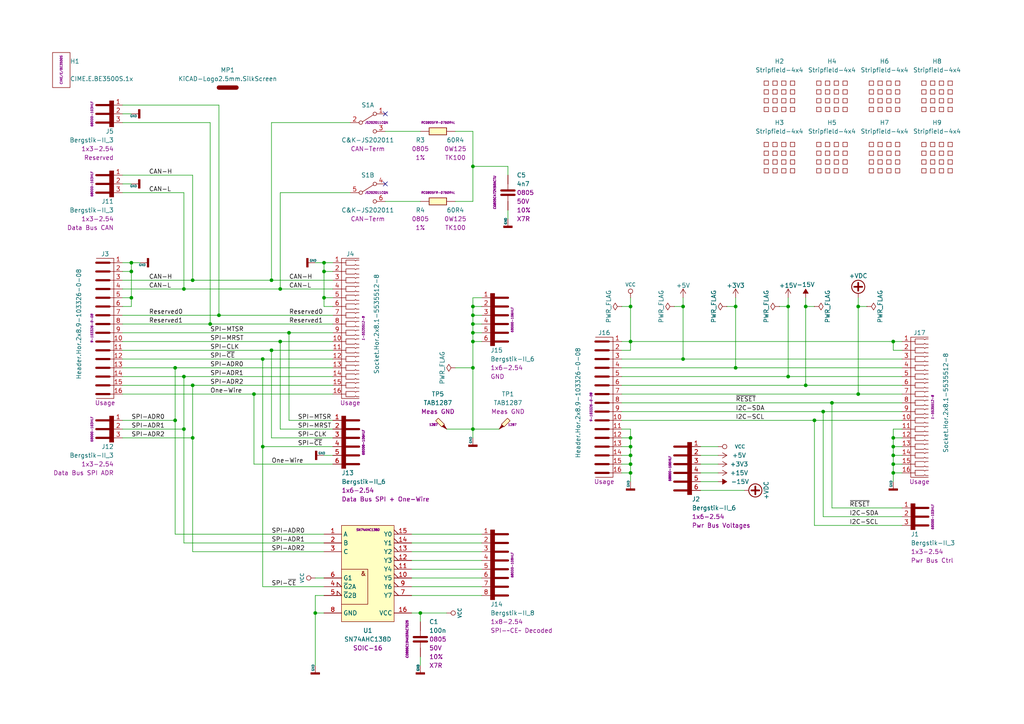
<source format=kicad_sch>
(kicad_sch (version 20210126) (generator eeschema)
  (paper "A4")
  (title_block (title "cbEval Stripboard") (rev "1.0.0"))
  (junction (at 38.1 76.2) (diameter 0.9144))
  (junction (at 38.1 78.74) (diameter 0.9144))
  (junction (at 38.1 86.36) (diameter 0.9144))
  (junction (at 50.8 106.68) (diameter 0.9144))
  (junction (at 50.8 121.92) (diameter 0.9144))
  (junction (at 53.34 83.82) (diameter 0.9144))
  (junction (at 53.34 109.22) (diameter 0.9144))
  (junction (at 53.34 124.46) (diameter 0.9144))
  (junction (at 55.88 81.28) (diameter 0.9144))
  (junction (at 55.88 111.76) (diameter 0.9144))
  (junction (at 55.88 127) (diameter 0.9144))
  (junction (at 60.96 93.98) (diameter 0.9144))
  (junction (at 63.5 91.44) (diameter 0.9144))
  (junction (at 73.66 114.3) (diameter 0.9144))
  (junction (at 76.2 104.14) (diameter 0.9144))
  (junction (at 76.2 129.54) (diameter 0.9144))
  (junction (at 78.74 81.28) (diameter 0.9144))
  (junction (at 78.74 101.6) (diameter 0.9144))
  (junction (at 81.28 83.82) (diameter 0.9144))
  (junction (at 81.28 99.06) (diameter 0.9144))
  (junction (at 83.82 96.52) (diameter 0.9144))
  (junction (at 91.44 177.8) (diameter 0.9144))
  (junction (at 93.98 76.2) (diameter 0.9144))
  (junction (at 93.98 78.74) (diameter 0.9144))
  (junction (at 93.98 86.36) (diameter 0.9144))
  (junction (at 121.92 177.8) (diameter 0.9144))
  (junction (at 137.16 48.26) (diameter 0.9144))
  (junction (at 137.16 88.9) (diameter 0.9144))
  (junction (at 137.16 91.44) (diameter 0.9144))
  (junction (at 137.16 93.98) (diameter 0.9144))
  (junction (at 137.16 96.52) (diameter 0.9144))
  (junction (at 137.16 99.06) (diameter 0.9144))
  (junction (at 137.16 106.68) (diameter 0.9144))
  (junction (at 137.16 124.46) (diameter 0.9144))
  (junction (at 182.88 88.9) (diameter 0.9144))
  (junction (at 182.88 99.06) (diameter 0.9144))
  (junction (at 182.88 127) (diameter 0.9144))
  (junction (at 182.88 129.54) (diameter 0.9144))
  (junction (at 182.88 132.08) (diameter 0.9144))
  (junction (at 182.88 134.62) (diameter 0.9144))
  (junction (at 182.88 137.16) (diameter 0.9144))
  (junction (at 198.12 88.9) (diameter 0.9144))
  (junction (at 198.12 104.14) (diameter 0.9144))
  (junction (at 213.36 88.9) (diameter 0.9144))
  (junction (at 213.36 106.68) (diameter 0.9144))
  (junction (at 228.6 88.9) (diameter 0.9144))
  (junction (at 228.6 109.22) (diameter 0.9144))
  (junction (at 233.68 88.9) (diameter 0.9144))
  (junction (at 233.68 111.76) (diameter 0.9144))
  (junction (at 236.22 121.92) (diameter 0.9144))
  (junction (at 238.76 119.38) (diameter 0.9144))
  (junction (at 241.3 116.84) (diameter 0.9144))
  (junction (at 248.92 88.9) (diameter 0.9144))
  (junction (at 248.92 114.3) (diameter 0.9144))
  (junction (at 259.08 99.06) (diameter 0.9144))
  (junction (at 259.08 127) (diameter 0.9144))
  (junction (at 259.08 129.54) (diameter 0.9144))
  (junction (at 259.08 132.08) (diameter 0.9144))
  (junction (at 259.08 134.62) (diameter 0.9144))
  (junction (at 259.08 137.16) (diameter 0.9144))
  (no_connect (at 111.76 33.02))
  (no_connect (at 111.76 53.34))
  (wire (pts (xy 35.56 30.48) (xy 63.5 30.48)))
  (wire (pts (xy 35.56 33.02) (xy 38.1 33.02)))
  (wire (pts (xy 35.56 35.56) (xy 60.96 35.56)))
  (wire (pts (xy 35.56 50.8) (xy 55.88 50.8)))
  (wire (pts (xy 35.56 53.34) (xy 38.1 53.34)))
  (wire (pts (xy 35.56 55.88) (xy 53.34 55.88)))
  (wire (pts (xy 35.56 76.2) (xy 38.1 76.2)))
  (wire (pts (xy 35.56 78.74) (xy 38.1 78.74)))
  (wire (pts (xy 35.56 81.28) (xy 55.88 81.28)))
  (wire (pts (xy 35.56 83.82) (xy 53.34 83.82)))
  (wire (pts (xy 35.56 86.36) (xy 38.1 86.36)))
  (wire (pts (xy 35.56 88.9) (xy 38.1 88.9)))
  (wire (pts (xy 35.56 93.98) (xy 60.96 93.98)))
  (wire (pts (xy 35.56 96.52) (xy 83.82 96.52)))
  (wire (pts (xy 35.56 99.06) (xy 81.28 99.06)))
  (wire (pts (xy 35.56 101.6) (xy 78.74 101.6)))
  (wire (pts (xy 35.56 104.14) (xy 76.2 104.14)))
  (wire (pts (xy 35.56 106.68) (xy 50.8 106.68)))
  (wire (pts (xy 35.56 109.22) (xy 53.34 109.22)))
  (wire (pts (xy 35.56 111.76) (xy 55.88 111.76)))
  (wire (pts (xy 35.56 114.3) (xy 73.66 114.3)))
  (wire (pts (xy 38.1 76.2) (xy 40.64 76.2)))
  (wire (pts (xy 38.1 78.74) (xy 38.1 76.2)))
  (wire (pts (xy 38.1 86.36) (xy 38.1 78.74)))
  (wire (pts (xy 38.1 88.9) (xy 38.1 86.36)))
  (wire (pts (xy 50.8 106.68) (xy 50.8 121.92)))
  (wire (pts (xy 50.8 106.68) (xy 96.52 106.68)))
  (wire (pts (xy 50.8 121.92) (xy 35.56 121.92)))
  (wire (pts (xy 50.8 121.92) (xy 50.8 154.94)))
  (wire (pts (xy 50.8 154.94) (xy 93.98 154.94)))
  (wire (pts (xy 53.34 55.88) (xy 53.34 83.82)))
  (wire (pts (xy 53.34 83.82) (xy 81.28 83.82)))
  (wire (pts (xy 53.34 109.22) (xy 53.34 124.46)))
  (wire (pts (xy 53.34 109.22) (xy 96.52 109.22)))
  (wire (pts (xy 53.34 124.46) (xy 35.56 124.46)))
  (wire (pts (xy 53.34 124.46) (xy 53.34 157.48)))
  (wire (pts (xy 53.34 157.48) (xy 93.98 157.48)))
  (wire (pts (xy 55.88 50.8) (xy 55.88 81.28)))
  (wire (pts (xy 55.88 81.28) (xy 78.74 81.28)))
  (wire (pts (xy 55.88 111.76) (xy 55.88 127)))
  (wire (pts (xy 55.88 111.76) (xy 96.52 111.76)))
  (wire (pts (xy 55.88 127) (xy 35.56 127)))
  (wire (pts (xy 55.88 127) (xy 55.88 160.02)))
  (wire (pts (xy 55.88 160.02) (xy 93.98 160.02)))
  (wire (pts (xy 60.96 35.56) (xy 60.96 93.98)))
  (wire (pts (xy 60.96 93.98) (xy 96.52 93.98)))
  (wire (pts (xy 63.5 30.48) (xy 63.5 91.44)))
  (wire (pts (xy 63.5 91.44) (xy 35.56 91.44)))
  (wire (pts (xy 73.66 114.3) (xy 96.52 114.3)))
  (wire (pts (xy 73.66 134.62) (xy 73.66 114.3)))
  (wire (pts (xy 76.2 104.14) (xy 96.52 104.14)))
  (wire (pts (xy 76.2 129.54) (xy 76.2 104.14)))
  (wire (pts (xy 76.2 129.54) (xy 76.2 170.18)))
  (wire (pts (xy 76.2 170.18) (xy 93.98 170.18)))
  (wire (pts (xy 78.74 35.56) (xy 78.74 81.28)))
  (wire (pts (xy 78.74 81.28) (xy 96.52 81.28)))
  (wire (pts (xy 78.74 101.6) (xy 96.52 101.6)))
  (wire (pts (xy 78.74 127) (xy 78.74 101.6)))
  (wire (pts (xy 81.28 55.88) (xy 81.28 83.82)))
  (wire (pts (xy 81.28 83.82) (xy 96.52 83.82)))
  (wire (pts (xy 81.28 99.06) (xy 96.52 99.06)))
  (wire (pts (xy 81.28 124.46) (xy 81.28 99.06)))
  (wire (pts (xy 83.82 96.52) (xy 96.52 96.52)))
  (wire (pts (xy 83.82 121.92) (xy 83.82 96.52)))
  (wire (pts (xy 91.44 76.2) (xy 93.98 76.2)))
  (wire (pts (xy 91.44 167.64) (xy 93.98 167.64)))
  (wire (pts (xy 91.44 172.72) (xy 93.98 172.72)))
  (wire (pts (xy 91.44 177.8) (xy 91.44 172.72)))
  (wire (pts (xy 91.44 177.8) (xy 93.98 177.8)))
  (wire (pts (xy 91.44 193.04) (xy 91.44 177.8)))
  (wire (pts (xy 93.98 76.2) (xy 96.52 76.2)))
  (wire (pts (xy 93.98 78.74) (xy 93.98 76.2)))
  (wire (pts (xy 93.98 86.36) (xy 93.98 78.74)))
  (wire (pts (xy 93.98 88.9) (xy 93.98 86.36)))
  (wire (pts (xy 93.98 132.08) (xy 96.52 132.08)))
  (wire (pts (xy 96.52 78.74) (xy 93.98 78.74)))
  (wire (pts (xy 96.52 86.36) (xy 93.98 86.36)))
  (wire (pts (xy 96.52 88.9) (xy 93.98 88.9)))
  (wire (pts (xy 96.52 91.44) (xy 63.5 91.44)))
  (wire (pts (xy 96.52 121.92) (xy 83.82 121.92)))
  (wire (pts (xy 96.52 124.46) (xy 81.28 124.46)))
  (wire (pts (xy 96.52 127) (xy 78.74 127)))
  (wire (pts (xy 96.52 129.54) (xy 76.2 129.54)))
  (wire (pts (xy 96.52 134.62) (xy 73.66 134.62)))
  (wire (pts (xy 101.6 35.56) (xy 78.74 35.56)))
  (wire (pts (xy 101.6 55.88) (xy 81.28 55.88)))
  (wire (pts (xy 119.38 154.94) (xy 139.7 154.94)))
  (wire (pts (xy 119.38 157.48) (xy 139.7 157.48)))
  (wire (pts (xy 119.38 160.02) (xy 139.7 160.02)))
  (wire (pts (xy 119.38 162.56) (xy 139.7 162.56)))
  (wire (pts (xy 119.38 165.1) (xy 139.7 165.1)))
  (wire (pts (xy 119.38 167.64) (xy 139.7 167.64)))
  (wire (pts (xy 119.38 170.18) (xy 139.7 170.18)))
  (wire (pts (xy 119.38 172.72) (xy 139.7 172.72)))
  (wire (pts (xy 119.38 177.8) (xy 121.92 177.8)))
  (wire (pts (xy 121.92 38.1) (xy 111.76 38.1)))
  (wire (pts (xy 121.92 58.42) (xy 111.76 58.42)))
  (wire (pts (xy 121.92 177.8) (xy 129.54 177.8)))
  (wire (pts (xy 121.92 180.34) (xy 121.92 177.8)))
  (wire (pts (xy 121.92 190.5) (xy 121.92 193.04)))
  (wire (pts (xy 129.54 124.46) (xy 137.16 124.46)))
  (wire (pts (xy 132.08 38.1) (xy 137.16 38.1)))
  (wire (pts (xy 132.08 106.68) (xy 137.16 106.68)))
  (wire (pts (xy 137.16 38.1) (xy 137.16 48.26)))
  (wire (pts (xy 137.16 48.26) (xy 137.16 58.42)))
  (wire (pts (xy 137.16 58.42) (xy 132.08 58.42)))
  (wire (pts (xy 137.16 86.36) (xy 139.7 86.36)))
  (wire (pts (xy 137.16 88.9) (xy 137.16 86.36)))
  (wire (pts (xy 137.16 91.44) (xy 137.16 88.9)))
  (wire (pts (xy 137.16 93.98) (xy 137.16 91.44)))
  (wire (pts (xy 137.16 96.52) (xy 137.16 93.98)))
  (wire (pts (xy 137.16 99.06) (xy 137.16 96.52)))
  (wire (pts (xy 137.16 99.06) (xy 137.16 106.68)))
  (wire (pts (xy 137.16 106.68) (xy 137.16 124.46)))
  (wire (pts (xy 137.16 124.46) (xy 137.16 127)))
  (wire (pts (xy 139.7 88.9) (xy 137.16 88.9)))
  (wire (pts (xy 139.7 91.44) (xy 137.16 91.44)))
  (wire (pts (xy 139.7 93.98) (xy 137.16 93.98)))
  (wire (pts (xy 139.7 96.52) (xy 137.16 96.52)))
  (wire (pts (xy 139.7 99.06) (xy 137.16 99.06)))
  (wire (pts (xy 144.78 124.46) (xy 137.16 124.46)))
  (wire (pts (xy 147.32 48.26) (xy 137.16 48.26)))
  (wire (pts (xy 147.32 50.8) (xy 147.32 48.26)))
  (wire (pts (xy 147.32 63.5) (xy 147.32 60.96)))
  (wire (pts (xy 180.34 88.9) (xy 182.88 88.9)))
  (wire (pts (xy 180.34 99.06) (xy 182.88 99.06)))
  (wire (pts (xy 180.34 101.6) (xy 182.88 101.6)))
  (wire (pts (xy 180.34 104.14) (xy 198.12 104.14)))
  (wire (pts (xy 180.34 106.68) (xy 213.36 106.68)))
  (wire (pts (xy 180.34 109.22) (xy 228.6 109.22)))
  (wire (pts (xy 180.34 111.76) (xy 233.68 111.76)))
  (wire (pts (xy 180.34 114.3) (xy 248.92 114.3)))
  (wire (pts (xy 180.34 116.84) (xy 241.3 116.84)))
  (wire (pts (xy 180.34 119.38) (xy 238.76 119.38)))
  (wire (pts (xy 180.34 121.92) (xy 236.22 121.92)))
  (wire (pts (xy 180.34 127) (xy 182.88 127)))
  (wire (pts (xy 180.34 129.54) (xy 182.88 129.54)))
  (wire (pts (xy 180.34 132.08) (xy 182.88 132.08)))
  (wire (pts (xy 180.34 134.62) (xy 182.88 134.62)))
  (wire (pts (xy 180.34 137.16) (xy 182.88 137.16)))
  (wire (pts (xy 182.88 86.36) (xy 182.88 88.9)))
  (wire (pts (xy 182.88 88.9) (xy 182.88 99.06)))
  (wire (pts (xy 182.88 99.06) (xy 259.08 99.06)))
  (wire (pts (xy 182.88 101.6) (xy 182.88 99.06)))
  (wire (pts (xy 182.88 124.46) (xy 180.34 124.46)))
  (wire (pts (xy 182.88 127) (xy 182.88 124.46)))
  (wire (pts (xy 182.88 129.54) (xy 182.88 127)))
  (wire (pts (xy 182.88 132.08) (xy 182.88 129.54)))
  (wire (pts (xy 182.88 134.62) (xy 182.88 132.08)))
  (wire (pts (xy 182.88 137.16) (xy 182.88 134.62)))
  (wire (pts (xy 182.88 139.7) (xy 182.88 137.16)))
  (wire (pts (xy 195.58 88.9) (xy 198.12 88.9)))
  (wire (pts (xy 198.12 86.36) (xy 198.12 88.9)))
  (wire (pts (xy 198.12 88.9) (xy 198.12 104.14)))
  (wire (pts (xy 198.12 104.14) (xy 261.62 104.14)))
  (wire (pts (xy 208.28 129.54) (xy 203.2 129.54)))
  (wire (pts (xy 208.28 132.08) (xy 203.2 132.08)))
  (wire (pts (xy 208.28 134.62) (xy 203.2 134.62)))
  (wire (pts (xy 208.28 137.16) (xy 203.2 137.16)))
  (wire (pts (xy 208.28 139.7) (xy 203.2 139.7)))
  (wire (pts (xy 210.82 88.9) (xy 213.36 88.9)))
  (wire (pts (xy 213.36 86.36) (xy 213.36 88.9)))
  (wire (pts (xy 213.36 88.9) (xy 213.36 106.68)))
  (wire (pts (xy 213.36 106.68) (xy 261.62 106.68)))
  (wire (pts (xy 215.9 142.24) (xy 203.2 142.24)))
  (wire (pts (xy 228.6 86.36) (xy 228.6 88.9)))
  (wire (pts (xy 228.6 88.9) (xy 226.06 88.9)))
  (wire (pts (xy 228.6 88.9) (xy 228.6 109.22)))
  (wire (pts (xy 228.6 109.22) (xy 261.62 109.22)))
  (wire (pts (xy 233.68 86.36) (xy 233.68 88.9)))
  (wire (pts (xy 233.68 88.9) (xy 233.68 111.76)))
  (wire (pts (xy 233.68 88.9) (xy 236.22 88.9)))
  (wire (pts (xy 233.68 111.76) (xy 261.62 111.76)))
  (wire (pts (xy 236.22 121.92) (xy 236.22 152.4)))
  (wire (pts (xy 236.22 121.92) (xy 261.62 121.92)))
  (wire (pts (xy 238.76 119.38) (xy 238.76 149.86)))
  (wire (pts (xy 238.76 119.38) (xy 261.62 119.38)))
  (wire (pts (xy 241.3 116.84) (xy 241.3 147.32)))
  (wire (pts (xy 241.3 116.84) (xy 261.62 116.84)))
  (wire (pts (xy 248.92 86.36) (xy 248.92 88.9)))
  (wire (pts (xy 248.92 88.9) (xy 248.92 114.3)))
  (wire (pts (xy 248.92 114.3) (xy 261.62 114.3)))
  (wire (pts (xy 251.46 88.9) (xy 248.92 88.9)))
  (wire (pts (xy 259.08 99.06) (xy 261.62 99.06)))
  (wire (pts (xy 259.08 101.6) (xy 259.08 99.06)))
  (wire (pts (xy 259.08 124.46) (xy 261.62 124.46)))
  (wire (pts (xy 259.08 127) (xy 259.08 124.46)))
  (wire (pts (xy 259.08 129.54) (xy 259.08 127)))
  (wire (pts (xy 259.08 132.08) (xy 259.08 129.54)))
  (wire (pts (xy 259.08 134.62) (xy 259.08 132.08)))
  (wire (pts (xy 259.08 137.16) (xy 259.08 134.62)))
  (wire (pts (xy 259.08 139.7) (xy 259.08 137.16)))
  (wire (pts (xy 261.62 101.6) (xy 259.08 101.6)))
  (wire (pts (xy 261.62 127) (xy 259.08 127)))
  (wire (pts (xy 261.62 129.54) (xy 259.08 129.54)))
  (wire (pts (xy 261.62 132.08) (xy 259.08 132.08)))
  (wire (pts (xy 261.62 134.62) (xy 259.08 134.62)))
  (wire (pts (xy 261.62 137.16) (xy 259.08 137.16)))
  (wire (pts (xy 261.62 147.32) (xy 241.3 147.32)))
  (wire (pts (xy 261.62 149.86) (xy 238.76 149.86)))
  (wire (pts (xy 261.62 152.4) (xy 236.22 152.4)))
  (label "SPI-ADR0" (at 38.1 121.92 0))
  (label "SPI-ADR1" (at 38.1 124.46 0))
  (label "SPI-ADR2" (at 38.1 127 0))
  (label "CAN-H" (at 43.18 50.8 0))
  (label "CAN-L" (at 43.18 55.88 0))
  (label "CAN-H" (at 43.18 81.28 0))
  (label "CAN-L" (at 43.18 83.82 0))
  (label "Reserved0" (at 43.18 91.44 0))
  (label "Reserved1" (at 43.18 93.98 0))
  (label "SPI-MTSR" (at 60.96 96.52 0))
  (label "SPI-MRST" (at 60.96 99.06 0))
  (label "SPI-CLK" (at 60.96 101.6 0))
  (label "SPI-~CE" (at 60.96 104.14 0))
  (label "SPI-ADR0" (at 60.96 106.68 0))
  (label "SPI-ADR1" (at 60.96 109.22 0))
  (label "SPI-ADR2" (at 60.96 111.76 0))
  (label "One-Wire" (at 60.96 114.3 0))
  (label "One-Wire" (at 78.74 134.62 0))
  (label "SPI-ADR0" (at 78.74 154.94 0))
  (label "SPI-ADR1" (at 78.74 157.48 0))
  (label "SPI-ADR2" (at 78.74 160.02 0))
  (label "SPI-~CE" (at 78.74 170.18 0))
  (label "CAN-H" (at 83.82 81.28 0))
  (label "CAN-L" (at 83.82 83.82 0))
  (label "Reserved0" (at 83.82 91.44 0))
  (label "Reserved1" (at 83.82 93.98 0))
  (label "SPI-MTSR" (at 86.36 121.92 0))
  (label "SPI-MRST" (at 86.36 124.46 0))
  (label "SPI-CLK" (at 86.36 127 0))
  (label "SPI-~CE" (at 86.36 129.54 0))
  (label "~RESET" (at 213.36 116.84 0))
  (label "I2C-SDA" (at 213.36 119.38 0))
  (label "I2C-SCL" (at 213.36 121.92 0))
  (label "~RESET" (at 246.38 147.32 0))
  (label "I2C-SDA" (at 246.38 149.86 0))
  (label "I2C-SCL" (at 246.38 152.4 0))
  (symbol (lib_id "Supply:VCC") (at 91.44 167.64 90) (unit 1)
    (property "Reference" "#PWR011" (effects hide))
    (property "Value" "VCC" (at 87.63 167.64 0) (effects (font (size 1.016 1.016))))
  )
  (symbol (lib_id "Supply:VCC") (at 129.54 177.8 270) (unit 1)
    (property "Reference" "#PWR014" (effects hide))
    (property "Value" "VCC" (at 133.35 177.8 0) (effects (font (size 1.016 1.016))))
  )
  (symbol (lib_id "Supply:VCC") (at 182.88 86.36 0) (unit 1)
    (property "Reference" "#PWR017" (effects hide))
    (property "Value" "VCC" (at 182.88 82.55 0) (effects (font (size 1.016 1.016))))
  )
  (symbol (lib_id "Supply:VCC") (at 208.28 129.54 270) (unit 1)
    (property "Reference" "#PWR02" (effects hide))
    (property "Value" "VCC" (at 214.63 129.54 90) (effects (font (size 1.016 1.016))))
  )
  (symbol (lib_id "Supply:+5V") (at 198.12 86.36 0) (unit 1)
    (property "Reference" "#PWR0104" (effects hide))
    (property "Value" "+5V" (at 198.12 82.804 0))
  )
  (symbol (lib_id "Supply:+5V") (at 208.28 132.08 270) (unit 1)
    (property "Reference" "#PWR03" (effects hide))
    (property "Value" "+5V" (at 214.376 132.08 90))
  )
  (symbol (lib_id "Supply:+3V3") (at 208.28 134.62 270) (unit 1)
    (property "Reference" "#PWR04" (effects hide))
    (property "Value" "+3V3" (at 214.376 134.62 90))
  )
  (symbol (lib_id "Supply:+15V") (at 208.28 137.16 270) (unit 1)
    (property "Reference" "#PWR05" (effects hide))
    (property "Value" "+15V" (at 214.376 137.16 90))
  )
  (symbol (lib_id "Supply:-15V") (at 208.28 139.7 270) (unit 1)
    (property "Reference" "#PWR07" (effects hide))
    (property "Value" "-15V" (at 214.63 139.7 90))
  )
  (symbol (lib_id "Supply:+3V3") (at 213.36 86.36 0) (unit 1)
    (property "Reference" "#PWR0103" (effects hide))
    (property "Value" "+3V3" (at 213.36 82.804 0))
  )
  (symbol (lib_id "Supply:+15V") (at 228.6 86.36 0) (unit 1)
    (property "Reference" "#PWR0102" (effects hide))
    (property "Value" "+15V" (at 228.6 82.804 0))
  )
  (symbol (lib_id "Supply:-15V") (at 233.68 86.36 0) (unit 1)
    (property "Reference" "#PWR0101" (effects hide))
    (property "Value" "-15V" (at 233.68 82.55 0))
  )
  (symbol (lib_id "Supply:PWR_FLAG") (at 132.08 106.68 90) (unit 1)
    (property "Reference" "#FLG01" (effects hide))
    (property "Value" "PWR_FLAG" (at 128.27 106.68 0))
  )
  (symbol (lib_id "Supply:PWR_FLAG") (at 180.34 88.9 90) (unit 1)
    (property "Reference" "#FLG02" (effects hide))
    (property "Value" "PWR_FLAG" (at 176.53 88.9 0))
  )
  (symbol (lib_id "Supply:PWR_FLAG") (at 195.58 88.9 90) (unit 1)
    (property "Reference" "#FLG03" (effects hide))
    (property "Value" "PWR_FLAG" (at 191.77 88.9 0))
  )
  (symbol (lib_id "Supply:PWR_FLAG") (at 210.82 88.9 90) (unit 1)
    (property "Reference" "#FLG04" (effects hide))
    (property "Value" "PWR_FLAG" (at 207.01 88.9 0))
  )
  (symbol (lib_id "Supply:PWR_FLAG") (at 226.06 88.9 90) (mirror x) (unit 1)
    (property "Reference" "#FLG0101" (effects hide))
    (property "Value" "PWR_FLAG" (at 222.25 88.9 0))
  )
  (symbol (lib_id "Supply:PWR_FLAG") (at 236.22 88.9 270) (unit 1)
    (property "Reference" "#FLG0102" (effects hide))
    (property "Value" "PWR_FLAG" (at 240.03 88.9 0))
  )
  (symbol (lib_id "Supply:PWR_FLAG") (at 251.46 88.9 270) (unit 1)
    (property "Reference" "#FLG05" (effects hide))
    (property "Value" "PWR_FLAG" (at 255.27 88.9 0))
  )
  (symbol (lib_id "Symbol:KiCAD-Logo2.5mm.SilkScreen") (at 66.04 20.32 0) (unit 1)
    (property "Reference" "MP1" (at 66.04 20.32 0))
    (property "Value" "KiCAD-Logo2.5mm.SilkScreen" (at 66.04 22.86 0))
    (property "Footprint" "Symbol:KiCad-Logo_5mm_SilkScreen" (effects hide))
  )
  (symbol (lib_id "Supply:GND") (at 38.1 33.02 90) (unit 1)
    (property "Reference" "#PWR018" (effects hide))
    (property "Value" "GND" (at 38.735 33.655 90) (effects (font (size 0.635 0.635))))
  )
  (symbol (lib_id "Supply:GND") (at 38.1 53.34 90) (unit 1)
    (property "Reference" "#PWR09" (effects hide))
    (property "Value" "GND" (at 38.735 53.975 90) (effects (font (size 0.635 0.635))))
  )
  (symbol (lib_id "Supply:GND") (at 40.64 76.2 90) (unit 1)
    (property "Reference" "#PWR019" (effects hide))
    (property "Value" "GND" (at 41.275 76.835 90) (effects (font (size 0.635 0.635))))
  )
  (symbol (lib_id "Supply:GND") (at 91.44 76.2 270) (unit 1)
    (property "Reference" "#PWR020" (effects hide))
    (property "Value" "GND" (at 90.805 75.565 90) (effects (font (size 0.635 0.635))))
  )
  (symbol (lib_id "Supply:GND") (at 91.44 193.04 0) (unit 1)
    (property "Reference" "#PWR012" (effects hide))
    (property "Value" "GND" (at 90.805 193.675 90) (effects (font (size 0.635 0.635))))
  )
  (symbol (lib_id "Supply:GND") (at 93.98 132.08 270) (unit 1)
    (property "Reference" "#PWR010" (effects hide))
    (property "Value" "GND" (at 93.345 131.445 90) (effects (font (size 0.635 0.635))))
  )
  (symbol (lib_id "Supply:GND") (at 121.92 193.04 0) (unit 1)
    (property "Reference" "#PWR013" (effects hide))
    (property "Value" "GND" (at 121.285 193.675 90) (effects (font (size 0.635 0.635))))
  )
  (symbol (lib_id "Supply:GND") (at 137.16 127 0) (unit 1)
    (property "Reference" "#PWR01" (effects hide))
    (property "Value" "GND" (at 136.525 127.635 90) (effects (font (size 0.635 0.635))))
  )
  (symbol (lib_id "Supply:GND") (at 147.32 63.5 0) (unit 1)
    (property "Reference" "#PWR06" (effects hide))
    (property "Value" "GND" (at 146.685 64.135 90) (effects (font (size 0.635 0.635))))
  )
  (symbol (lib_id "Supply:GND") (at 182.88 139.7 0) (unit 1)
    (property "Reference" "#PWR015" (effects hide))
    (property "Value" "GND" (at 182.245 140.335 90) (effects (font (size 0.635 0.635))))
  )
  (symbol (lib_id "Supply:GND") (at 259.08 139.7 0) (unit 1)
    (property "Reference" "#PWR016" (effects hide))
    (property "Value" "GND" (at 258.445 140.335 90) (effects (font (size 0.635 0.635))))
  )
  (symbol (lib_id "TP.Keystone:TAB1287") (at 129.54 124.46 0) (mirror y) (unit 1)
    (property "Reference" "TP5" (at 127 114.3 0))
    (property "Value" "TAB1287" (at 127 116.84 0))
    (property "Footprint" "TestPoint:TestPoint_Bridge_Pitch5.08mm_Drill1.3mm" (effects hide))
    (property "Datasheet" "https://www.keyelco.com/userAssets/file/M65p59.pdf" (effects hide))
    (property "Usage" "Meas GND" (at 127 119.38 0))
    (property "ID" "1287" (at 125.73 123.19 0) (effects (font (size 0.635 0.635))))
  )
  (symbol (lib_id "TP.Keystone:TAB1287") (at 144.78 124.46 0) (unit 1)
    (property "Reference" "TP1" (at 147.32 114.3 0))
    (property "Value" "TAB1287" (at 147.32 116.84 0))
    (property "Footprint" "TestPoint:TestPoint_Bridge_Pitch5.08mm_Drill1.3mm" (effects hide))
    (property "Datasheet" "https://www.keyelco.com/userAssets/file/M65p59.pdf" (effects hide))
    (property "Usage" "Meas GND" (at 147.32 119.38 0))
    (property "ID" "1287" (at 148.59 123.19 0) (effects (font (size 0.635 0.635))))
  )
  (symbol (lib_id "Supply:+VDC") (at 215.9 142.24 270) (unit 1)
    (property "Reference" "#PWR08" (effects hide))
    (property "Value" "+VDC" (at 222.25 142.24 0))
  )
  (symbol (lib_id "Supply:+VDC") (at 248.92 86.36 0) (unit 1)
    (property "Reference" "#PWR0105" (effects hide))
    (property "Value" "+VDC" (at 248.92 80.01 0))
  )
  (symbol (lib_id "R.Yageo.RC0805:60R4") (at 127 38.1 270) (unit 1)
    (property "Reference" "R3" (at 121.92 40.64 90))
    (property "Value" "60R4" (at 132.08 40.64 90))
    (property "Footprint" "Resistor_SMD:R_0805_2012Metric" (effects hide))
    (property "Datasheet" "R.Yaego.RC0805.pdf" (effects hide))
    (property "Package" "0805" (at 121.92 43.18 90))
    (property "Power" "0W125" (at 132.08 43.18 90))
    (property "Tolerance" "1%" (at 121.92 45.72 90))
    (property "TK" "TK100" (at 132.08 45.72 90))
    (property "ID" "RC0805FR-0760R4L" (at 127 35.56 90) (effects (font (size 0.635 0.635) italic)))
  )
  (symbol (lib_id "R.Yageo.RC0805:60R4") (at 127 58.42 270) (unit 1)
    (property "Reference" "R4" (at 121.92 60.96 90))
    (property "Value" "60R4" (at 132.08 60.96 90))
    (property "Footprint" "Resistor_SMD:R_0805_2012Metric" (effects hide))
    (property "Datasheet" "R.Yaego.RC0805.pdf" (effects hide))
    (property "Package" "0805" (at 121.92 63.5 90))
    (property "Power" "0W125" (at 132.08 63.5 90))
    (property "Tolerance" "1%" (at 121.92 66.04 90))
    (property "TK" "TK100" (at 132.08 66.04 90))
    (property "ID" "RC0805FR-0760R4L" (at 127 55.88 90) (effects (font (size 0.635 0.635) italic)))
  )
  (symbol (lib_id "C.Kemet.MLCC.0805.X7R:100n") (at 121.92 185.42 0) (unit 1)
    (property "Reference" "C1" (at 124.46 180.34 0) (effects (justify left)))
    (property "Value" "100n" (at 124.46 182.88 0) (effects (justify left)))
    (property "Footprint" "Capacitor_SMD:C_0805_2012Metric" (effects hide))
    (property "Datasheet" "C.Kemet.MLCC.0805.X7R.pdf" (effects hide))
    (property "Package" "0805" (at 124.46 185.42 0) (effects (justify left)))
    (property "Voltage" "50V" (at 124.46 187.96 0) (effects (justify left)))
    (property "Tolerance" "10%" (at 124.46 190.5 0) (effects (justify left)))
    (property "Dielectric" "X7R" (at 124.46 193.04 0) (effects (justify left)))
    (property "ID" "C0805C104K5RAC7025" (at 118.11 185.42 90) (effects (font (size 0.635 0.635) italic)))
  )
  (symbol (lib_id "C.Kemet.MLCC.0805.X7R:4n7") (at 147.32 55.88 0) (unit 1)
    (property "Reference" "C5" (at 149.86 50.8 0) (effects (justify left)))
    (property "Value" "4n7" (at 149.86 53.34 0) (effects (justify left)))
    (property "Footprint" "Capacitor_SMD:C_0805_2012Metric" (effects hide))
    (property "Datasheet" "C.Kemet.MLCC.0805.X7R.pdf" (effects hide))
    (property "Package" "0805" (at 149.86 55.88 0) (effects (justify left)))
    (property "Voltage" "50V" (at 149.86 58.42 0) (effects (justify left)))
    (property "Tolerance" "10%" (at 149.86 60.96 0) (effects (justify left)))
    (property "Dielectric" "X7R" (at 149.86 63.5 0) (effects (justify left)))
    (property "ID" "C0805C472K5RACTU" (at 143.51 55.88 90) (effects (font (size 0.635 0.635) italic)))
  )
  (symbol (lib_id "H.Housing:CIME.E.BE3500S.1x") (at 17.78 20.32 0) (unit 1)
    (property "Reference" "H1" (at 20.32 17.78 0) (effects (justify left)))
    (property "Value" "CIME.E.BE3500S.1x" (at 20.32 22.86 0) (effects (justify left)))
    (property "Footprint" "BTech.Housing:Camdenboss.CIME.E.BE3500S.1x" (effects hide))
    (property "Datasheet" "https://cdn-reichelt.de/documents/datenblatt/C700/CIME_E.pdf" (effects hide))
    (property "ID" "CIME/E/BE3500S" (at 17.78 20.32 90) (effects (font (size 0.635 0.635) italic)))
  )
  (symbol (lib_id "J.PinHeader:Bergstik-II_3") (at 30.48 33.02 0) (mirror y) (unit 1)
    (property "Reference" "J5" (at 33.02 38.1 0) (effects (justify left)))
    (property "Value" "Bergstik-II_3" (at 33.02 40.64 0) (effects (justify left)))
    (property "Footprint" "Connector_PinHeader_2.54mm:PinHeader_1x03_P2.54mm_Vertical" (effects hide))
    (property "Datasheet" "https://cdn.amphenol-icc.com/media/wysiwyg/files/drawing/68000.pdf?__cf_chl_jschl_tk__=264da0a199af1bdefb04026963ad3c85a073036f-1615910483-0-AaX8LtgG8apEDzGIqgzQ0aoAKWkj50oj4JyeD-4a-BjpVTotUkz0b9CwK48SctxW9RfQ29uHK-g8U4Q7W950UfkLI47M2h-zbxXP0QVGLOROToQCZGWcFC-c_QilEUacZTRKDvvL4FAsQqyycsf3m4Eg-isf3_QP12ONd_wWQcMNK-LuQ3eyU0ZB_uGz-1tHBPJYyv3B6ZQ-xQw3v8oWI_eE_zzEWbIWrLFoFf6eZXoAoT5Y4wJiyDXoV-vBmq5F4mSG8H7EqnWkU4EpxDA2-swokem-Q60MTknd4E9RK0nSmJU_PhEDac0Sb3Im75HD1QHXcTu1yMJzQCNpgpofH-wmgz79VfPk4ttpW38ZPDdPIxv_B7gR4gWWdhvgQyW6byYqLE8E5a8tpA31lZkCN19ufDO8SqP6UAFJscCeeydKEgOe2Ksu_LJQubib6v3-6A" (effects hide))
    (property "Package" "1x3-2.54" (at 33.02 43.18 0) (effects (justify left)))
    (property "Usage" "Reserved" (at 33.02 45.72 0) (effects (justify left)))
    (property "ID" "68000-103HLF" (at 26.67 33.02 90) (effects (font (size 0.635 0.635))))
  )
  (symbol (lib_id "J.PinHeader:Bergstik-II_3") (at 30.48 53.34 0) (mirror y) (unit 1)
    (property "Reference" "J11" (at 33.02 58.42 0) (effects (justify left)))
    (property "Value" "Bergstik-II_3" (at 33.02 60.96 0) (effects (justify left)))
    (property "Footprint" "Connector_PinHeader_2.54mm:PinHeader_1x03_P2.54mm_Vertical" (effects hide))
    (property "Datasheet" "https://cdn.amphenol-icc.com/media/wysiwyg/files/drawing/68000.pdf?__cf_chl_jschl_tk__=264da0a199af1bdefb04026963ad3c85a073036f-1615910483-0-AaX8LtgG8apEDzGIqgzQ0aoAKWkj50oj4JyeD-4a-BjpVTotUkz0b9CwK48SctxW9RfQ29uHK-g8U4Q7W950UfkLI47M2h-zbxXP0QVGLOROToQCZGWcFC-c_QilEUacZTRKDvvL4FAsQqyycsf3m4Eg-isf3_QP12ONd_wWQcMNK-LuQ3eyU0ZB_uGz-1tHBPJYyv3B6ZQ-xQw3v8oWI_eE_zzEWbIWrLFoFf6eZXoAoT5Y4wJiyDXoV-vBmq5F4mSG8H7EqnWkU4EpxDA2-swokem-Q60MTknd4E9RK0nSmJU_PhEDac0Sb3Im75HD1QHXcTu1yMJzQCNpgpofH-wmgz79VfPk4ttpW38ZPDdPIxv_B7gR4gWWdhvgQyW6byYqLE8E5a8tpA31lZkCN19ufDO8SqP6UAFJscCeeydKEgOe2Ksu_LJQubib6v3-6A" (effects hide))
    (property "Package" "1x3-2.54" (at 33.02 63.5 0) (effects (justify left)))
    (property "Usage" "Data Bus CAN" (at 33.02 66.04 0) (effects (justify left)))
    (property "ID" "68000-103HLF" (at 26.67 53.34 90) (effects (font (size 0.635 0.635))))
  )
  (symbol (lib_id "J.PinHeader:Bergstik-II_3") (at 30.48 124.46 0) (mirror y) (unit 1)
    (property "Reference" "J12" (at 33.02 129.54 0) (effects (justify left)))
    (property "Value" "Bergstik-II_3" (at 33.02 132.08 0) (effects (justify left)))
    (property "Footprint" "Connector_PinHeader_2.54mm:PinHeader_1x03_P2.54mm_Vertical" (effects hide))
    (property "Datasheet" "https://cdn.amphenol-icc.com/media/wysiwyg/files/drawing/68000.pdf?__cf_chl_jschl_tk__=264da0a199af1bdefb04026963ad3c85a073036f-1615910483-0-AaX8LtgG8apEDzGIqgzQ0aoAKWkj50oj4JyeD-4a-BjpVTotUkz0b9CwK48SctxW9RfQ29uHK-g8U4Q7W950UfkLI47M2h-zbxXP0QVGLOROToQCZGWcFC-c_QilEUacZTRKDvvL4FAsQqyycsf3m4Eg-isf3_QP12ONd_wWQcMNK-LuQ3eyU0ZB_uGz-1tHBPJYyv3B6ZQ-xQw3v8oWI_eE_zzEWbIWrLFoFf6eZXoAoT5Y4wJiyDXoV-vBmq5F4mSG8H7EqnWkU4EpxDA2-swokem-Q60MTknd4E9RK0nSmJU_PhEDac0Sb3Im75HD1QHXcTu1yMJzQCNpgpofH-wmgz79VfPk4ttpW38ZPDdPIxv_B7gR4gWWdhvgQyW6byYqLE8E5a8tpA31lZkCN19ufDO8SqP6UAFJscCeeydKEgOe2Ksu_LJQubib6v3-6A" (effects hide))
    (property "Package" "1x3-2.54" (at 33.02 134.62 0) (effects (justify left)))
    (property "Usage" "Data Bus SPI ADR" (at 33.02 137.16 0) (effects (justify left)))
    (property "ID" "68000-103HLF" (at 26.67 124.46 90) (effects (font (size 0.635 0.635))))
  )
  (symbol (lib_id "J.PinHeader:Bergstik-II_3") (at 266.7 149.86 0) (unit 1)
    (property "Reference" "J1" (at 264.16 154.94 0) (effects (justify left)))
    (property "Value" "Bergstik-II_3" (at 264.16 157.48 0) (effects (justify left)))
    (property "Footprint" "Connector_PinHeader_2.54mm:PinHeader_1x03_P2.54mm_Vertical" (effects hide))
    (property "Datasheet" "https://cdn.amphenol-icc.com/media/wysiwyg/files/drawing/68000.pdf?__cf_chl_jschl_tk__=264da0a199af1bdefb04026963ad3c85a073036f-1615910483-0-AaX8LtgG8apEDzGIqgzQ0aoAKWkj50oj4JyeD-4a-BjpVTotUkz0b9CwK48SctxW9RfQ29uHK-g8U4Q7W950UfkLI47M2h-zbxXP0QVGLOROToQCZGWcFC-c_QilEUacZTRKDvvL4FAsQqyycsf3m4Eg-isf3_QP12ONd_wWQcMNK-LuQ3eyU0ZB_uGz-1tHBPJYyv3B6ZQ-xQw3v8oWI_eE_zzEWbIWrLFoFf6eZXoAoT5Y4wJiyDXoV-vBmq5F4mSG8H7EqnWkU4EpxDA2-swokem-Q60MTknd4E9RK0nSmJU_PhEDac0Sb3Im75HD1QHXcTu1yMJzQCNpgpofH-wmgz79VfPk4ttpW38ZPDdPIxv_B7gR4gWWdhvgQyW6byYqLE8E5a8tpA31lZkCN19ufDO8SqP6UAFJscCeeydKEgOe2Ksu_LJQubib6v3-6A" (effects hide))
    (property "Package" "1x3-2.54" (at 264.16 160.02 0) (effects (justify left)))
    (property "Usage" "Pwr Bus Ctrl" (at 264.16 162.56 0) (effects (justify left)))
    (property "ID" "68000-103HLF" (at 270.51 149.86 90) (effects (font (size 0.635 0.635))))
  )
  (symbol (lib_id "S:C&K-JS202011") (at 106.68 35.56 0) (unit 1)
    (property "Reference" "S1" (at 106.68 30.48 0))
    (property "Value" "C&K-JS202011" (at 106.68 40.64 0))
    (property "Footprint" "Button_Switch_THT:SW_CuK_JS202011CQN_DPDT_Straight" (effects hide))
    (property "Datasheet" "https://www.ckswitches.com/media/1422/js.pdf" (effects hide))
    (property "Usage" "CAN-Term" (at 106.68 43.18 0))
    (property "ID" "JS202011CQN" (at 109.22 35.56 0) (effects (font (size 0.635 0.635))))
  )
  (symbol (lib_id "S:C&K-JS202011") (at 106.68 55.88 0) (unit 2)
    (property "Reference" "S1" (at 106.68 50.8 0))
    (property "Value" "C&K-JS202011" (at 106.68 60.96 0))
    (property "Footprint" "Button_Switch_THT:SW_CuK_JS202011CQN_DPDT_Straight" (effects hide))
    (property "Datasheet" "https://www.ckswitches.com/media/1422/js.pdf" (effects hide))
    (property "Usage" "CAN-Term" (at 106.68 63.5 0))
    (property "ID" "JS202011CQN" (at 109.22 55.88 0) (effects (font (size 0.635 0.635))))
  )
  (symbol (lib_id "PCB:Stripfield-4x4") (at 226.06 27.94 0) (unit 1)
    (property "Reference" "H2" (at 226.06 17.78 0))
    (property "Value" "Stripfield-4x4" (at 226.06 20.32 0))
    (property "Footprint" "BTech.PCB:Stripfield-4x4" (effects hide))
  )
  (symbol (lib_id "PCB:Stripfield-4x4") (at 226.06 45.72 0) (unit 1)
    (property "Reference" "H3" (at 226.06 35.56 0))
    (property "Value" "Stripfield-4x4" (at 226.06 38.1 0))
    (property "Footprint" "BTech.PCB:Stripfield-4x4" (effects hide))
  )
  (symbol (lib_id "PCB:Stripfield-4x4") (at 241.3 27.94 0) (unit 1)
    (property "Reference" "H4" (at 241.3 17.78 0))
    (property "Value" "Stripfield-4x4" (at 241.3 20.32 0))
    (property "Footprint" "BTech.PCB:Stripfield-4x4" (effects hide))
  )
  (symbol (lib_id "PCB:Stripfield-4x4") (at 241.3 45.72 0) (unit 1)
    (property "Reference" "H5" (at 241.3 35.56 0))
    (property "Value" "Stripfield-4x4" (at 241.3 38.1 0))
    (property "Footprint" "BTech.PCB:Stripfield-4x4" (effects hide))
  )
  (symbol (lib_id "PCB:Stripfield-4x4") (at 256.54 27.94 0) (unit 1)
    (property "Reference" "H6" (at 256.54 17.78 0))
    (property "Value" "Stripfield-4x4" (at 256.54 20.32 0))
    (property "Footprint" "BTech.PCB:Stripfield-4x4" (effects hide))
  )
  (symbol (lib_id "PCB:Stripfield-4x4") (at 256.54 45.72 0) (unit 1)
    (property "Reference" "H7" (at 256.54 35.56 0))
    (property "Value" "Stripfield-4x4" (at 256.54 38.1 0))
    (property "Footprint" "BTech.PCB:Stripfield-4x4" (effects hide))
  )
  (symbol (lib_id "PCB:Stripfield-4x4") (at 271.78 27.94 0) (unit 1)
    (property "Reference" "H8" (at 271.78 17.78 0))
    (property "Value" "Stripfield-4x4" (at 271.78 20.32 0))
    (property "Footprint" "BTech.PCB:Stripfield-4x4" (effects hide))
  )
  (symbol (lib_id "PCB:Stripfield-4x4") (at 271.78 45.72 0) (unit 1)
    (property "Reference" "H9" (at 271.78 35.56 0))
    (property "Value" "Stripfield-4x4" (at 271.78 38.1 0))
    (property "Footprint" "BTech.PCB:Stripfield-4x4" (effects hide))
  )
  (symbol (lib_id "J.PinHeader:Bergstik-II_6") (at 101.6 127 0) (unit 1)
    (property "Reference" "J13" (at 99.06 137.16 0) (effects (justify left)))
    (property "Value" "Bergstik-II_6" (at 99.06 139.7 0) (effects (justify left)))
    (property "Footprint" "Connector_PinHeader_2.54mm:PinHeader_1x06_P2.54mm_Vertical" (effects hide))
    (property "Datasheet" "https://cdn.amphenol-icc.com/media/wysiwyg/files/drawing/68000.pdf?__cf_chl_jschl_tk__=264da0a199af1bdefb04026963ad3c85a073036f-1615910483-0-AaX8LtgG8apEDzGIqgzQ0aoAKWkj50oj4JyeD-4a-BjpVTotUkz0b9CwK48SctxW9RfQ29uHK-g8U4Q7W950UfkLI47M2h-zbxXP0QVGLOROToQCZGWcFC-c_QilEUacZTRKDvvL4FAsQqyycsf3m4Eg-isf3_QP12ONd_wWQcMNK-LuQ3eyU0ZB_uGz-1tHBPJYyv3B6ZQ-xQw3v8oWI_eE_zzEWbIWrLFoFf6eZXoAoT5Y4wJiyDXoV-vBmq5F4mSG8H7EqnWkU4EpxDA2-swokem-Q60MTknd4E9RK0nSmJU_PhEDac0Sb3Im75HD1QHXcTu1yMJzQCNpgpofH-wmgz79VfPk4ttpW38ZPDdPIxv_B7gR4gWWdhvgQyW6byYqLE8E5a8tpA31lZkCN19ufDO8SqP6UAFJscCeeydKEgOe2Ksu_LJQubib6v3-6A" (effects hide))
    (property "Package" "1x6-2.54" (at 99.06 142.24 0) (effects (justify left)))
    (property "Usage" "Data Bus SPI + One-Wire" (at 99.06 144.78 0) (effects (justify left)))
    (property "ID" "68000-106HLF" (at 105.41 128.27 90) (effects (font (size 0.635 0.635))))
  )
  (symbol (lib_id "J.PinHeader:Bergstik-II_6") (at 144.78 91.44 0) (unit 1)
    (property "Reference" "J15" (at 142.24 101.6 0) (effects (justify left)))
    (property "Value" "Bergstik-II_6" (at 142.24 104.14 0) (effects (justify left)))
    (property "Footprint" "Connector_PinHeader_2.54mm:PinHeader_1x06_P2.54mm_Vertical" (effects hide))
    (property "Datasheet" "https://cdn.amphenol-icc.com/media/wysiwyg/files/drawing/68000.pdf?__cf_chl_jschl_tk__=264da0a199af1bdefb04026963ad3c85a073036f-1615910483-0-AaX8LtgG8apEDzGIqgzQ0aoAKWkj50oj4JyeD-4a-BjpVTotUkz0b9CwK48SctxW9RfQ29uHK-g8U4Q7W950UfkLI47M2h-zbxXP0QVGLOROToQCZGWcFC-c_QilEUacZTRKDvvL4FAsQqyycsf3m4Eg-isf3_QP12ONd_wWQcMNK-LuQ3eyU0ZB_uGz-1tHBPJYyv3B6ZQ-xQw3v8oWI_eE_zzEWbIWrLFoFf6eZXoAoT5Y4wJiyDXoV-vBmq5F4mSG8H7EqnWkU4EpxDA2-swokem-Q60MTknd4E9RK0nSmJU_PhEDac0Sb3Im75HD1QHXcTu1yMJzQCNpgpofH-wmgz79VfPk4ttpW38ZPDdPIxv_B7gR4gWWdhvgQyW6byYqLE8E5a8tpA31lZkCN19ufDO8SqP6UAFJscCeeydKEgOe2Ksu_LJQubib6v3-6A" (effects hide))
    (property "Package" "1x6-2.54" (at 142.24 106.68 0) (effects (justify left)))
    (property "Usage" "GND" (at 142.24 109.22 0) (effects (justify left)))
    (property "ID" "68000-106HLF" (at 148.59 92.71 90) (effects (font (size 0.635 0.635))))
  )
  (symbol (lib_id "J.PinHeader:Bergstik-II_6") (at 198.12 134.62 0) (mirror y) (unit 1)
    (property "Reference" "J2" (at 200.66 144.78 0) (effects (justify right)))
    (property "Value" "Bergstik-II_6" (at 200.66 147.32 0) (effects (justify right)))
    (property "Footprint" "Connector_PinHeader_2.54mm:PinHeader_1x06_P2.54mm_Vertical" (effects hide))
    (property "Datasheet" "https://cdn.amphenol-icc.com/media/wysiwyg/files/drawing/68000.pdf?__cf_chl_jschl_tk__=264da0a199af1bdefb04026963ad3c85a073036f-1615910483-0-AaX8LtgG8apEDzGIqgzQ0aoAKWkj50oj4JyeD-4a-BjpVTotUkz0b9CwK48SctxW9RfQ29uHK-g8U4Q7W950UfkLI47M2h-zbxXP0QVGLOROToQCZGWcFC-c_QilEUacZTRKDvvL4FAsQqyycsf3m4Eg-isf3_QP12ONd_wWQcMNK-LuQ3eyU0ZB_uGz-1tHBPJYyv3B6ZQ-xQw3v8oWI_eE_zzEWbIWrLFoFf6eZXoAoT5Y4wJiyDXoV-vBmq5F4mSG8H7EqnWkU4EpxDA2-swokem-Q60MTknd4E9RK0nSmJU_PhEDac0Sb3Im75HD1QHXcTu1yMJzQCNpgpofH-wmgz79VfPk4ttpW38ZPDdPIxv_B7gR4gWWdhvgQyW6byYqLE8E5a8tpA31lZkCN19ufDO8SqP6UAFJscCeeydKEgOe2Ksu_LJQubib6v3-6A" (effects hide))
    (property "Package" "1x6-2.54" (at 200.66 149.86 0) (effects (justify right)))
    (property "Usage" "Pwr Bus Voltages" (at 200.66 152.4 0) (effects (justify right)))
    (property "ID" "68000-106HLF" (at 194.31 135.89 90) (effects (font (size 0.635 0.635))))
  )
  (symbol (lib_id "J.PinHeader:Bergstik-II_8") (at 144.78 162.56 0) (unit 1)
    (property "Reference" "J14" (at 142.24 175.26 0) (effects (justify left)))
    (property "Value" "Bergstik-II_8" (at 142.24 177.8 0) (effects (justify left)))
    (property "Footprint" "Connector_PinHeader_2.54mm:PinHeader_1x08_P2.54mm_Vertical" (effects hide))
    (property "Datasheet" "https://cdn.amphenol-icc.com/media/wysiwyg/files/drawing/68000.pdf?__cf_chl_jschl_tk__=76888e0c4b77714a02451006507dff9616ae91fb-1617547246-0-AZgVHTklj1ovfQpKhSBW6aDl9n2_k47NL_7qnK822WL_wqcHGiWCz91CjZOBqf-b3KvTnj9T7PTULe671le7ZTsqdgx7joq6xXN0VXyetEWU_l7NTTvYZnkPGZnRbloGt4cb3l9TbgGx3uAWsov7s8HvXsV-NW_vPMzyf5RNNbzLpFIBy5P_bJWbn1nuAEhr2Rn0hGTb7uuVN3cRGj2VTeFFN-E0xrJ0Cgh-mvjgJjE2xhk9ApTF-exJnps89Z7rHsttmJ7paraRq2urp27fnu470sx0-VqNcQ2agCBEDUNu0hfDy90Aqg7xMY0doOETxH3KKXAFdvKJSZPRsE1NoUCh2xHWgpQ4poCuzIlOJ3l_M22T5soIXV5jSIQkt8N2CyBO04nX51xihbt4ukVzxnqZfVTIU0hWxh-pFPLIMOkGEVPtsHV6Udfba4nluptWocprS_okNqVoHYK3qiZ7PnEsGFaZpBEyZEX0DJfh-oYv" (effects hide))
    (property "Package" "1x8-2.54" (at 142.24 180.34 0) (effects (justify left)))
    (property "Usage" "SPI-~CE~ Decoded" (at 142.24 182.88 0) (effects (justify left)))
    (property "ID" "68000-108HLF" (at 148.59 163.83 90) (effects (font (size 0.635 0.635))))
  )
  (symbol (lib_id "J.AMPMODU-ModII:Socket.Hor.2x8.1-5535512-8") (at 99.06 93.98 0) (unit 1)
    (property "Reference" "J4" (at 101.6 73.66 0))
    (property "Value" "Socket.Hor.2x8.1-5535512-8" (at 109.22 93.98 90))
    (property "Footprint" "BTech.Connector.AMPMODU-ModII:Socket.Hor.2x5.6-5535512-4" (effects hide))
    (property "Datasheet" "https://www.te.com/commerce/DocumentDelivery/DDEController?Action=srchrtrv&DocNm=5535512&DocType=Customer+Drawing&DocLang=English" (effects hide))
    (property "Usage" "Usage" (at 101.6 116.84 0))
    (property "ID" "1-5535512-8" (at 105.41 95.25 90) (effects (font (size 0.635 0.635) italic)))
  )
  (symbol (lib_id "J.AMPMODU-ModII:Socket.Hor.2x8.1-5535512-8") (at 264.16 116.84 0) (unit 1)
    (property "Reference" "J17" (at 266.7 96.52 0))
    (property "Value" "Socket.Hor.2x8.1-5535512-8" (at 274.32 116.84 90))
    (property "Footprint" "BTech.Connector.AMPMODU-ModII:Socket.Hor.2x5.6-5535512-4" (effects hide))
    (property "Datasheet" "https://www.te.com/commerce/DocumentDelivery/DDEController?Action=srchrtrv&DocNm=5535512&DocType=Customer+Drawing&DocLang=English" (effects hide))
    (property "Usage" "Usage" (at 266.7 139.7 0))
    (property "ID" "1-5535512-8" (at 270.51 118.11 90) (effects (font (size 0.635 0.635) italic)))
  )
  (symbol (lib_id "J.AMPMODU-ModII:Header.Hor.2x8.9-103326-0-08") (at 33.02 93.98 0) (mirror y) (unit 1)
    (property "Reference" "J3" (at 30.48 73.66 0))
    (property "Value" "Header.Hor.2x8.9-103326-0-08" (at 22.86 93.98 90))
    (property "Footprint" "Connector_PinHeader_2.54mm:PinHeader_2x08_P2.54mm_Horizontal" (effects hide))
    (property "Datasheet" "https://www.te.com/commerce/DocumentDelivery/DDEController?Action=srchrtrv&DocNm=103326&DocType=Customer+Drawing&DocLang=English" (effects hide))
    (property "Usage" "Usage" (at 30.48 116.84 0))
    (property "ID" "9-103326-0-08" (at 26.67 95.25 90) (effects (font (size 0.635 0.635) italic)))
  )
  (symbol (lib_id "J.AMPMODU-ModII:Header.Hor.2x8.9-103326-0-08") (at 177.8 116.84 0) (mirror y) (unit 1)
    (property "Reference" "J16" (at 175.26 96.52 0))
    (property "Value" "Header.Hor.2x8.9-103326-0-08" (at 167.64 116.84 90))
    (property "Footprint" "Connector_PinHeader_2.54mm:PinHeader_2x08_P2.54mm_Horizontal" (effects hide))
    (property "Datasheet" "https://www.te.com/commerce/DocumentDelivery/DDEController?Action=srchrtrv&DocNm=103326&DocType=Customer+Drawing&DocLang=English" (effects hide))
    (property "Usage" "Usage" (at 175.26 139.7 0))
    (property "ID" "9-103326-0-08" (at 171.45 118.11 90) (effects (font (size 0.635 0.635) italic)))
  )
  (symbol (lib_id "U.Logic:SN74AHC138D") (at 106.68 165.1 0) (unit 1)
    (property "Reference" "U1" (at 106.68 182.88 0))
    (property "Value" "SN74AHC138D" (at 106.68 185.42 0))
    (property "Footprint" "Package_SO:SOIC-16_3.9x9.9mm_P1.27mm" (effects hide))
    (property "Datasheet" "https://www.ti.com/lit/ds/symlink/sn74ahc138.pdf?HQS=dis-dk-null-digikeymode-dsf-pf-null-wwe&ts=1617545569487" (effects hide))
    (property "Package" "SOIC-16" (at 106.68 187.96 0))
    (property "ID" "SN74AHC138D" (at 106.68 153.67 0) (effects (font (size 0.635 0.635) italic)))
  )
)
</source>
